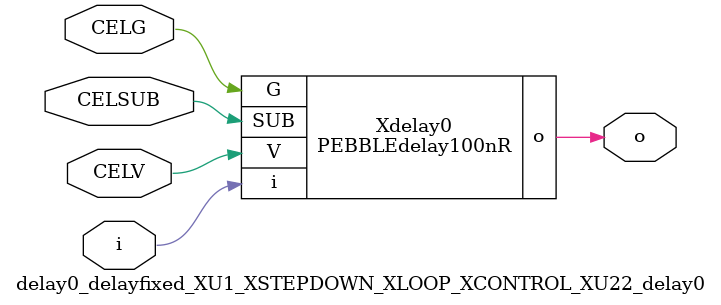
<source format=v>



module PEBBLEdelay100nR ( o, V, G, i, SUB );

  input V;
  input i;
  input G;
  output o;
  input SUB;
endmodule

//Celera Confidential Do Not Copy delay0_delayfixed_XU1_XSTEPDOWN_XLOOP_XCONTROL_XU22_delay0
//TYPE: fixed 100ns
module delay0_delayfixed_XU1_XSTEPDOWN_XLOOP_XCONTROL_XU22_delay0 (i, CELV, o,
CELG,CELSUB);
input CELV;
input i;
output o;
input CELSUB;
input CELG;

//Celera Confidential Do Not Copy delayfast0
PEBBLEdelay100nR Xdelay0(
.V (CELV),
.i (i),
.o (o),
.G (CELG),
.SUB (CELSUB)
);
//,diesize,PEBBLEdelay100nR

//Celera Confidential Do Not Copy Module End
//Celera Schematic Generator
endmodule

</source>
